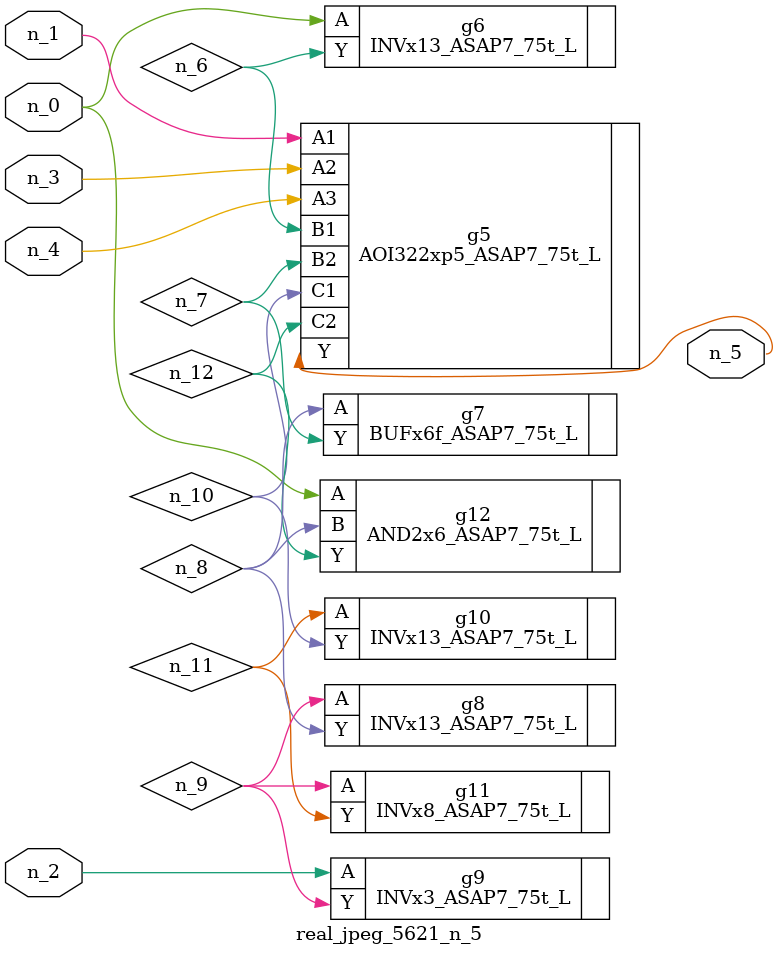
<source format=v>
module real_jpeg_5621_n_5 (n_4, n_0, n_1, n_2, n_3, n_5);

input n_4;
input n_0;
input n_1;
input n_2;
input n_3;

output n_5;

wire n_12;
wire n_8;
wire n_11;
wire n_6;
wire n_7;
wire n_10;
wire n_9;

INVx13_ASAP7_75t_L g6 ( 
.A(n_0),
.Y(n_6)
);

AND2x6_ASAP7_75t_L g12 ( 
.A(n_0),
.B(n_8),
.Y(n_12)
);

AOI322xp5_ASAP7_75t_L g5 ( 
.A1(n_1),
.A2(n_3),
.A3(n_4),
.B1(n_6),
.B2(n_7),
.C1(n_10),
.C2(n_12),
.Y(n_5)
);

INVx3_ASAP7_75t_L g9 ( 
.A(n_2),
.Y(n_9)
);

BUFx6f_ASAP7_75t_L g7 ( 
.A(n_8),
.Y(n_7)
);

INVx13_ASAP7_75t_L g8 ( 
.A(n_9),
.Y(n_8)
);

INVx8_ASAP7_75t_L g11 ( 
.A(n_9),
.Y(n_11)
);

INVx13_ASAP7_75t_L g10 ( 
.A(n_11),
.Y(n_10)
);


endmodule
</source>
